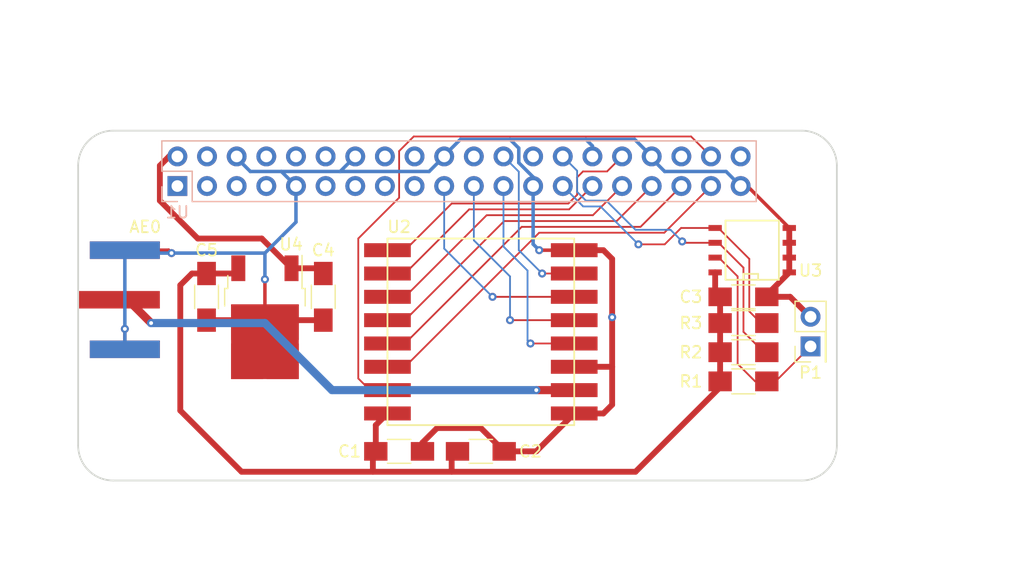
<source format=kicad_pcb>
(kicad_pcb (version 4) (host pcbnew 4.0.5)

  (general
    (links 58)
    (no_connects 0)
    (area 99.924999 100.424999 165.075001 130.575001)
    (thickness 1.6002)
    (drawings 10)
    (tracks 200)
    (zones 0)
    (modules 18)
    (nets 37)
  )

  (page A4)
  (layers
    (0 F.Cu signal)
    (31 B.Cu signal)
    (34 B.Paste user)
    (35 F.Paste user)
    (36 B.SilkS user)
    (37 F.SilkS user)
    (38 B.Mask user)
    (39 F.Mask user)
    (44 Edge.Cuts user)
    (49 F.Fab user)
  )

  (setup
    (last_trace_width 0.1524)
    (trace_clearance 0.1524)
    (zone_clearance 0.508)
    (zone_45_only no)
    (trace_min 0.1524)
    (segment_width 0.2)
    (edge_width 0.15)
    (via_size 0.6858)
    (via_drill 0.3302)
    (via_min_size 0.6858)
    (via_min_drill 0.3302)
    (uvia_size 0.762)
    (uvia_drill 0.508)
    (uvias_allowed no)
    (uvia_min_size 0)
    (uvia_min_drill 0)
    (pcb_text_width 0.3)
    (pcb_text_size 1.5 1.5)
    (mod_edge_width 0.15)
    (mod_text_size 1 1)
    (mod_text_width 0.15)
    (pad_size 1.5 6)
    (pad_drill 0)
    (pad_to_mask_clearance 0.2)
    (aux_axis_origin 0 0)
    (grid_origin 100 100.5)
    (visible_elements FFFEFFFF)
    (pcbplotparams
      (layerselection 0x00030_80000001)
      (usegerberextensions false)
      (excludeedgelayer true)
      (linewidth 0.100000)
      (plotframeref false)
      (viasonmask false)
      (mode 1)
      (useauxorigin false)
      (hpglpennumber 1)
      (hpglpenspeed 20)
      (hpglpendiameter 15)
      (hpglpenoverlay 2)
      (psnegative false)
      (psa4output false)
      (plotreference true)
      (plotvalue true)
      (plotinvisibletext false)
      (padsonsilk false)
      (subtractmaskfromsilk false)
      (outputformat 1)
      (mirror false)
      (drillshape 1)
      (scaleselection 1)
      (outputdirectory ""))
  )

  (net 0 "")
  (net 1 "Net-(AE0-Pad1)")
  (net 2 /3V3)
  (net 3 GND)
  (net 4 /5V)
  (net 5 "Net-(P1-Pad1)")
  (net 6 /ID_SC)
  (net 7 /ID_SD)
  (net 8 "Net-(U1-Pad1)")
  (net 9 "Net-(U1-Pad3)")
  (net 10 "Net-(U1-Pad4)")
  (net 11 "Net-(U1-Pad5)")
  (net 12 "Net-(U1-Pad7)")
  (net 13 "Net-(U1-Pad8)")
  (net 14 "Net-(U1-Pad10)")
  (net 15 "Net-(U1-Pad11)")
  (net 16 "Net-(U1-Pad12)")
  (net 17 "Net-(U1-Pad13)")
  (net 18 "Net-(U1-Pad15)")
  (net 19 "Net-(U1-Pad16)")
  (net 20 "Net-(U1-Pad17)")
  (net 21 "Net-(U1-Pad18)")
  (net 22 /MOSI)
  (net 23 /MISO)
  (net 24 "Net-(U1-Pad22)")
  (net 25 /SCLK)
  (net 26 /CS)
  (net 27 "Net-(U1-Pad26)")
  (net 28 /DIO0)
  (net 29 /DIO1)
  (net 30 /RESET)
  (net 31 /DIO2)
  (net 32 /DIO3)
  (net 33 "Net-(U1-Pad36)")
  (net 34 /DIO4)
  (net 35 /DIO5)
  (net 36 "Net-(U1-Pad40)")

  (net_class Default "This is the default net class."
    (clearance 0.1524)
    (trace_width 0.1524)
    (via_dia 0.6858)
    (via_drill 0.3302)
    (uvia_dia 0.762)
    (uvia_drill 0.508)
    (add_net /CS)
    (add_net /DIO0)
    (add_net /DIO1)
    (add_net /DIO2)
    (add_net /DIO3)
    (add_net /DIO4)
    (add_net /DIO5)
    (add_net /ID_SC)
    (add_net /ID_SD)
    (add_net /MISO)
    (add_net /MOSI)
    (add_net /RESET)
    (add_net /SCLK)
    (add_net "Net-(P1-Pad1)")
    (add_net "Net-(U1-Pad1)")
    (add_net "Net-(U1-Pad10)")
    (add_net "Net-(U1-Pad11)")
    (add_net "Net-(U1-Pad12)")
    (add_net "Net-(U1-Pad13)")
    (add_net "Net-(U1-Pad15)")
    (add_net "Net-(U1-Pad16)")
    (add_net "Net-(U1-Pad17)")
    (add_net "Net-(U1-Pad18)")
    (add_net "Net-(U1-Pad22)")
    (add_net "Net-(U1-Pad26)")
    (add_net "Net-(U1-Pad3)")
    (add_net "Net-(U1-Pad36)")
    (add_net "Net-(U1-Pad4)")
    (add_net "Net-(U1-Pad40)")
    (add_net "Net-(U1-Pad5)")
    (add_net "Net-(U1-Pad7)")
    (add_net "Net-(U1-Pad8)")
  )

  (net_class GND ""
    (clearance 0.1524)
    (trace_width 0.3)
    (via_dia 0.6858)
    (via_drill 0.3302)
    (uvia_dia 0.762)
    (uvia_drill 0.508)
    (add_net GND)
  )

  (net_class PWR ""
    (clearance 0.25)
    (trace_width 0.5)
    (via_dia 0.6858)
    (via_drill 0.3302)
    (uvia_dia 0.762)
    (uvia_drill 0.508)
    (add_net /3V3)
    (add_net /5V)
  )

  (net_class RF ""
    (clearance 0.25)
    (trace_width 0.7)
    (via_dia 0.6858)
    (via_drill 0.3302)
    (uvia_dia 0.762)
    (uvia_drill 0.508)
    (add_net "Net-(AE0-Pad1)")
  )

  (module Mounting_Holes:MountingHole_2.7mm_M2.5 locked (layer F.Cu) (tedit 59E638A3) (tstamp 59E575BF)
    (at 161.5 127)
    (descr "Mounting Hole 2.7mm, no annular, M2.5")
    (tags "mounting hole 2.7mm no annular m2.5")
    (clearance 1.625)
    (attr virtual)
    (fp_text reference REF** (at 0 5) (layer F.Fab) hide
      (effects (font (size 1 1) (thickness 0.15)))
    )
    (fp_text value MountingHole_2.7mm_M2.5 (at 0.5 10) (layer F.Fab)
      (effects (font (size 1 1) (thickness 0.15)))
    )
    (fp_text user %R (at 0.3 0) (layer F.Fab)
      (effects (font (size 1 1) (thickness 0.15)))
    )
    (fp_circle (center 0 0) (end 2.7 0) (layer Cmts.User) (width 0.15))
    (fp_circle (center 0 0) (end 2.95 0) (layer F.CrtYd) (width 0.05))
    (pad 1 np_thru_hole circle (at 0 0) (size 2.7 2.7) (drill 2.7) (layers *.Cu *.Mask))
  )

  (module Mounting_Holes:MountingHole_2.7mm_M2.5 locked (layer F.Cu) (tedit 59E63883) (tstamp 59E5734E)
    (at 103.5 127)
    (descr "Mounting Hole 2.7mm, no annular, M2.5")
    (tags "mounting hole 2.7mm no annular m2.5")
    (clearance 1.625)
    (attr virtual)
    (fp_text reference REF** (at 3.5 6) (layer F.Fab) hide
      (effects (font (size 1 1) (thickness 0.15)))
    )
    (fp_text value MountingHole_2.7mm_M2.5 (at 0.5 10) (layer F.Fab)
      (effects (font (size 1 1) (thickness 0.15)))
    )
    (fp_text user %R (at 0.3 0) (layer F.Fab)
      (effects (font (size 1 1) (thickness 0.15)))
    )
    (fp_circle (center 0 0) (end 2.7 0) (layer Cmts.User) (width 0.15))
    (fp_circle (center 0 0) (end 2.95 0) (layer F.CrtYd) (width 0.05))
    (pad 1 np_thru_hole circle (at 0 0) (size 2.7 2.7) (drill 2.7) (layers *.Cu *.Mask))
  )

  (module Mounting_Holes:MountingHole_2.7mm_M2.5 locked (layer F.Cu) (tedit 59E63896) (tstamp 59E572DB)
    (at 161.5 104)
    (descr "Mounting Hole 2.7mm, no annular, M2.5")
    (tags "mounting hole 2.7mm no annular m2.5")
    (clearance 1.625)
    (attr virtual)
    (fp_text reference REF** (at 0 -6.5) (layer F.Fab) hide
      (effects (font (size 1 1) (thickness 0.15)))
    )
    (fp_text value MountingHole_2.7mm_M2.5 (at 0 3.7) (layer F.Fab)
      (effects (font (size 1 1) (thickness 0.15)))
    )
    (fp_text user %R (at 0.3 0) (layer F.Fab)
      (effects (font (size 1 1) (thickness 0.15)))
    )
    (fp_circle (center 0 0) (end 2.7 0) (layer Cmts.User) (width 0.15))
    (fp_circle (center 0 0) (end 2.95 0) (layer F.CrtYd) (width 0.05))
    (pad 1 np_thru_hole circle (at 0 0) (size 2.7 2.7) (drill 2.7) (layers *.Cu *.Mask))
  )

  (module Mounting_Holes:MountingHole_2.7mm_M2.5 locked (layer F.Cu) (tedit 59E63874) (tstamp 59E5728E)
    (at 103.5 104)
    (descr "Mounting Hole 2.7mm, no annular, M2.5")
    (tags "mounting hole 2.7mm no annular m2.5")
    (clearance 1.625)
    (zone_connect 0)
    (attr virtual)
    (fp_text reference REF** (at 4 -7.5) (layer F.Fab) hide
      (effects (font (size 1 1) (thickness 0.15)))
    )
    (fp_text value MountingHole_2.7mm_M2.5 (at 0 3.7) (layer F.Fab)
      (effects (font (size 1 1) (thickness 0.15)))
    )
    (fp_text user %R (at 0.3 0) (layer F.Fab)
      (effects (font (size 1 1) (thickness 0.15)))
    )
    (fp_circle (center 0 0) (end 2.7 0) (layer Cmts.User) (width 0.15))
    (fp_circle (center 0 0) (end 2.95 0) (layer F.CrtYd) (width 0.05))
    (pad 1 np_thru_hole circle (at 0 0) (size 2.7 2.7) (drill 2.7) (layers *.Cu *.Mask)
      (zone_connect 0))
  )

  (module RFModules:Amphenol132432 (layer F.Cu) (tedit 59E89C48) (tstamp 59E8935E)
    (at 107 115 270)
    (path /59E4E9B9)
    (fp_text reference AE0 (at -6.25 1.25 360) (layer F.SilkS)
      (effects (font (size 1 1) (thickness 0.15)))
    )
    (fp_text value Antenna (at 0 -2 270) (layer F.Fab)
      (effects (font (size 1 1) (thickness 0.15)))
    )
    (pad "" smd rect (at 4.25 3 270) (size 1.5 6) (layers B.Cu B.Paste B.Mask)
      (net 3 GND))
    (pad "" smd rect (at -4.25 3 270) (size 1.5 6) (layers B.Cu B.Paste B.Mask)
      (net 3 GND))
    (pad "" smd rect (at 4.25 3 270) (size 1.5 6) (layers F.Cu F.Paste F.Mask)
      (net 3 GND))
    (pad "" smd rect (at -4.25 3 270) (size 1.5 6) (layers F.Cu F.Paste F.Mask)
      (net 3 GND))
    (pad 1 smd rect (at 0 3.5 270) (size 1.5 7) (layers F.Cu F.Paste F.Mask)
      (net 1 "Net-(AE0-Pad1)"))
  )

  (module Capacitors_SMD:C_1206_HandSoldering (layer F.Cu) (tedit 59E89C29) (tstamp 59E8936F)
    (at 127.5 128)
    (descr "Capacitor SMD 1206, hand soldering")
    (tags "capacitor 1206")
    (path /59E4EE65)
    (attr smd)
    (fp_text reference C1 (at -4.25 0) (layer F.SilkS)
      (effects (font (size 1 1) (thickness 0.15)))
    )
    (fp_text value 10uF (at 0 2) (layer F.Fab)
      (effects (font (size 1 1) (thickness 0.15)))
    )
    (fp_text user %R (at 0 -1.75) (layer F.Fab)
      (effects (font (size 1 1) (thickness 0.15)))
    )
    (fp_line (start -1.6 0.8) (end -1.6 -0.8) (layer F.Fab) (width 0.1))
    (fp_line (start 1.6 0.8) (end -1.6 0.8) (layer F.Fab) (width 0.1))
    (fp_line (start 1.6 -0.8) (end 1.6 0.8) (layer F.Fab) (width 0.1))
    (fp_line (start -1.6 -0.8) (end 1.6 -0.8) (layer F.Fab) (width 0.1))
    (fp_line (start 1 -1.02) (end -1 -1.02) (layer F.SilkS) (width 0.12))
    (fp_line (start -1 1.02) (end 1 1.02) (layer F.SilkS) (width 0.12))
    (fp_line (start -3.25 -1.05) (end 3.25 -1.05) (layer F.CrtYd) (width 0.05))
    (fp_line (start -3.25 -1.05) (end -3.25 1.05) (layer F.CrtYd) (width 0.05))
    (fp_line (start 3.25 1.05) (end 3.25 -1.05) (layer F.CrtYd) (width 0.05))
    (fp_line (start 3.25 1.05) (end -3.25 1.05) (layer F.CrtYd) (width 0.05))
    (pad 1 smd rect (at -2 0) (size 2 1.6) (layers F.Cu F.Paste F.Mask)
      (net 2 /3V3))
    (pad 2 smd rect (at 2 0) (size 2 1.6) (layers F.Cu F.Paste F.Mask)
      (net 3 GND))
    (model Capacitors_SMD.3dshapes/C_1206.wrl
      (at (xyz 0 0 0))
      (scale (xyz 1 1 1))
      (rotate (xyz 0 0 0))
    )
  )

  (module Capacitors_SMD:C_1206_HandSoldering (layer F.Cu) (tedit 59E89C31) (tstamp 59E89380)
    (at 134.5 128)
    (descr "Capacitor SMD 1206, hand soldering")
    (tags "capacitor 1206")
    (path /59E4EE99)
    (attr smd)
    (fp_text reference C2 (at 4.25 0) (layer F.SilkS)
      (effects (font (size 1 1) (thickness 0.15)))
    )
    (fp_text value 0.1uF (at 0 2) (layer F.Fab)
      (effects (font (size 1 1) (thickness 0.15)))
    )
    (fp_text user %R (at 0 -1.75) (layer F.Fab)
      (effects (font (size 1 1) (thickness 0.15)))
    )
    (fp_line (start -1.6 0.8) (end -1.6 -0.8) (layer F.Fab) (width 0.1))
    (fp_line (start 1.6 0.8) (end -1.6 0.8) (layer F.Fab) (width 0.1))
    (fp_line (start 1.6 -0.8) (end 1.6 0.8) (layer F.Fab) (width 0.1))
    (fp_line (start -1.6 -0.8) (end 1.6 -0.8) (layer F.Fab) (width 0.1))
    (fp_line (start 1 -1.02) (end -1 -1.02) (layer F.SilkS) (width 0.12))
    (fp_line (start -1 1.02) (end 1 1.02) (layer F.SilkS) (width 0.12))
    (fp_line (start -3.25 -1.05) (end 3.25 -1.05) (layer F.CrtYd) (width 0.05))
    (fp_line (start -3.25 -1.05) (end -3.25 1.05) (layer F.CrtYd) (width 0.05))
    (fp_line (start 3.25 1.05) (end 3.25 -1.05) (layer F.CrtYd) (width 0.05))
    (fp_line (start 3.25 1.05) (end -3.25 1.05) (layer F.CrtYd) (width 0.05))
    (pad 1 smd rect (at -2 0) (size 2 1.6) (layers F.Cu F.Paste F.Mask)
      (net 2 /3V3))
    (pad 2 smd rect (at 2 0) (size 2 1.6) (layers F.Cu F.Paste F.Mask)
      (net 3 GND))
    (model Capacitors_SMD.3dshapes/C_1206.wrl
      (at (xyz 0 0 0))
      (scale (xyz 1 1 1))
      (rotate (xyz 0 0 0))
    )
  )

  (module Capacitors_SMD:C_1206_HandSoldering (layer F.Cu) (tedit 59E89BFD) (tstamp 59E89391)
    (at 157 114.75)
    (descr "Capacitor SMD 1206, hand soldering")
    (tags "capacitor 1206")
    (path /59E4F42A)
    (attr smd)
    (fp_text reference C3 (at -4.5 0) (layer F.SilkS)
      (effects (font (size 1 1) (thickness 0.15)))
    )
    (fp_text value 100nF (at 0 2) (layer F.Fab)
      (effects (font (size 1 1) (thickness 0.15)))
    )
    (fp_text user %R (at 0 -1.75) (layer F.Fab)
      (effects (font (size 1 1) (thickness 0.15)))
    )
    (fp_line (start -1.6 0.8) (end -1.6 -0.8) (layer F.Fab) (width 0.1))
    (fp_line (start 1.6 0.8) (end -1.6 0.8) (layer F.Fab) (width 0.1))
    (fp_line (start 1.6 -0.8) (end 1.6 0.8) (layer F.Fab) (width 0.1))
    (fp_line (start -1.6 -0.8) (end 1.6 -0.8) (layer F.Fab) (width 0.1))
    (fp_line (start 1 -1.02) (end -1 -1.02) (layer F.SilkS) (width 0.12))
    (fp_line (start -1 1.02) (end 1 1.02) (layer F.SilkS) (width 0.12))
    (fp_line (start -3.25 -1.05) (end 3.25 -1.05) (layer F.CrtYd) (width 0.05))
    (fp_line (start -3.25 -1.05) (end -3.25 1.05) (layer F.CrtYd) (width 0.05))
    (fp_line (start 3.25 1.05) (end 3.25 -1.05) (layer F.CrtYd) (width 0.05))
    (fp_line (start 3.25 1.05) (end -3.25 1.05) (layer F.CrtYd) (width 0.05))
    (pad 1 smd rect (at -2 0) (size 2 1.6) (layers F.Cu F.Paste F.Mask)
      (net 2 /3V3))
    (pad 2 smd rect (at 2 0) (size 2 1.6) (layers F.Cu F.Paste F.Mask)
      (net 3 GND))
    (model Capacitors_SMD.3dshapes/C_1206.wrl
      (at (xyz 0 0 0))
      (scale (xyz 1 1 1))
      (rotate (xyz 0 0 0))
    )
  )

  (module Capacitors_SMD:C_1206_HandSoldering (layer F.Cu) (tedit 59E89C39) (tstamp 59E893A2)
    (at 121 114.75 270)
    (descr "Capacitor SMD 1206, hand soldering")
    (tags "capacitor 1206")
    (path /59E68AEC)
    (attr smd)
    (fp_text reference C4 (at -4 0 360) (layer F.SilkS)
      (effects (font (size 1 1) (thickness 0.15)))
    )
    (fp_text value 0.1uF (at 0 2 270) (layer F.Fab)
      (effects (font (size 1 1) (thickness 0.15)))
    )
    (fp_text user %R (at 0 -1.75 270) (layer F.Fab)
      (effects (font (size 1 1) (thickness 0.15)))
    )
    (fp_line (start -1.6 0.8) (end -1.6 -0.8) (layer F.Fab) (width 0.1))
    (fp_line (start 1.6 0.8) (end -1.6 0.8) (layer F.Fab) (width 0.1))
    (fp_line (start 1.6 -0.8) (end 1.6 0.8) (layer F.Fab) (width 0.1))
    (fp_line (start -1.6 -0.8) (end 1.6 -0.8) (layer F.Fab) (width 0.1))
    (fp_line (start 1 -1.02) (end -1 -1.02) (layer F.SilkS) (width 0.12))
    (fp_line (start -1 1.02) (end 1 1.02) (layer F.SilkS) (width 0.12))
    (fp_line (start -3.25 -1.05) (end 3.25 -1.05) (layer F.CrtYd) (width 0.05))
    (fp_line (start -3.25 -1.05) (end -3.25 1.05) (layer F.CrtYd) (width 0.05))
    (fp_line (start 3.25 1.05) (end 3.25 -1.05) (layer F.CrtYd) (width 0.05))
    (fp_line (start 3.25 1.05) (end -3.25 1.05) (layer F.CrtYd) (width 0.05))
    (pad 1 smd rect (at -2 0 270) (size 2 1.6) (layers F.Cu F.Paste F.Mask)
      (net 4 /5V))
    (pad 2 smd rect (at 2 0 270) (size 2 1.6) (layers F.Cu F.Paste F.Mask)
      (net 3 GND))
    (model Capacitors_SMD.3dshapes/C_1206.wrl
      (at (xyz 0 0 0))
      (scale (xyz 1 1 1))
      (rotate (xyz 0 0 0))
    )
  )

  (module Capacitors_SMD:C_1206_HandSoldering (layer F.Cu) (tedit 59E89C42) (tstamp 59E893B3)
    (at 111 114.75 270)
    (descr "Capacitor SMD 1206, hand soldering")
    (tags "capacitor 1206")
    (path /59E68B2C)
    (attr smd)
    (fp_text reference C5 (at -4 0 360) (layer F.SilkS)
      (effects (font (size 1 1) (thickness 0.15)))
    )
    (fp_text value 22uF (at 0 2 270) (layer F.Fab)
      (effects (font (size 1 1) (thickness 0.15)))
    )
    (fp_text user %R (at 0 -1.75 270) (layer F.Fab)
      (effects (font (size 1 1) (thickness 0.15)))
    )
    (fp_line (start -1.6 0.8) (end -1.6 -0.8) (layer F.Fab) (width 0.1))
    (fp_line (start 1.6 0.8) (end -1.6 0.8) (layer F.Fab) (width 0.1))
    (fp_line (start 1.6 -0.8) (end 1.6 0.8) (layer F.Fab) (width 0.1))
    (fp_line (start -1.6 -0.8) (end 1.6 -0.8) (layer F.Fab) (width 0.1))
    (fp_line (start 1 -1.02) (end -1 -1.02) (layer F.SilkS) (width 0.12))
    (fp_line (start -1 1.02) (end 1 1.02) (layer F.SilkS) (width 0.12))
    (fp_line (start -3.25 -1.05) (end 3.25 -1.05) (layer F.CrtYd) (width 0.05))
    (fp_line (start -3.25 -1.05) (end -3.25 1.05) (layer F.CrtYd) (width 0.05))
    (fp_line (start 3.25 1.05) (end 3.25 -1.05) (layer F.CrtYd) (width 0.05))
    (fp_line (start 3.25 1.05) (end -3.25 1.05) (layer F.CrtYd) (width 0.05))
    (pad 1 smd rect (at -2 0 270) (size 2 1.6) (layers F.Cu F.Paste F.Mask)
      (net 2 /3V3))
    (pad 2 smd rect (at 2 0 270) (size 2 1.6) (layers F.Cu F.Paste F.Mask)
      (net 3 GND))
    (model Capacitors_SMD.3dshapes/C_1206.wrl
      (at (xyz 0 0 0))
      (scale (xyz 1 1 1))
      (rotate (xyz 0 0 0))
    )
  )

  (module Pin_Headers:Pin_Header_Straight_2x01_Pitch2.54mm (layer F.Cu) (tedit 59E89CC7) (tstamp 59E893CB)
    (at 162.75 119 90)
    (descr "Through hole straight pin header, 2x01, 2.54mm pitch, double rows")
    (tags "Through hole pin header THT 2x01 2.54mm double row")
    (path /59E4FAA6)
    (fp_text reference P1 (at -2.25 0 180) (layer F.SilkS)
      (effects (font (size 1 1) (thickness 0.15)))
    )
    (fp_text value CONN_01X02 (at 1.27 2.33 90) (layer F.Fab)
      (effects (font (size 1 1) (thickness 0.15)))
    )
    (fp_line (start 0 -1.27) (end 3.81 -1.27) (layer F.Fab) (width 0.1))
    (fp_line (start 3.81 -1.27) (end 3.81 1.27) (layer F.Fab) (width 0.1))
    (fp_line (start 3.81 1.27) (end -1.27 1.27) (layer F.Fab) (width 0.1))
    (fp_line (start -1.27 1.27) (end -1.27 0) (layer F.Fab) (width 0.1))
    (fp_line (start -1.27 0) (end 0 -1.27) (layer F.Fab) (width 0.1))
    (fp_line (start -1.33 1.33) (end 3.87 1.33) (layer F.SilkS) (width 0.12))
    (fp_line (start -1.33 1.27) (end -1.33 1.33) (layer F.SilkS) (width 0.12))
    (fp_line (start 3.87 -1.33) (end 3.87 1.33) (layer F.SilkS) (width 0.12))
    (fp_line (start -1.33 1.27) (end 1.27 1.27) (layer F.SilkS) (width 0.12))
    (fp_line (start 1.27 1.27) (end 1.27 -1.33) (layer F.SilkS) (width 0.12))
    (fp_line (start 1.27 -1.33) (end 3.87 -1.33) (layer F.SilkS) (width 0.12))
    (fp_line (start -1.33 0) (end -1.33 -1.33) (layer F.SilkS) (width 0.12))
    (fp_line (start -1.33 -1.33) (end 0 -1.33) (layer F.SilkS) (width 0.12))
    (fp_line (start -1.8 -1.8) (end -1.8 1.8) (layer F.CrtYd) (width 0.05))
    (fp_line (start -1.8 1.8) (end 4.35 1.8) (layer F.CrtYd) (width 0.05))
    (fp_line (start 4.35 1.8) (end 4.35 -1.8) (layer F.CrtYd) (width 0.05))
    (fp_line (start 4.35 -1.8) (end -1.8 -1.8) (layer F.CrtYd) (width 0.05))
    (fp_text user %R (at 1.27 0 180) (layer F.Fab)
      (effects (font (size 1 1) (thickness 0.15)))
    )
    (pad 1 thru_hole rect (at 0 0 90) (size 1.7 1.7) (drill 1) (layers *.Cu *.Mask)
      (net 5 "Net-(P1-Pad1)"))
    (pad 2 thru_hole oval (at 2.54 0 90) (size 1.7 1.7) (drill 1) (layers *.Cu *.Mask)
      (net 3 GND))
    (model ${KISYS3DMOD}/Pin_Headers.3dshapes/Pin_Header_Straight_2x01_Pitch2.54mm.wrl
      (at (xyz 0 0 0))
      (scale (xyz 1 1 1))
      (rotate (xyz 0 0 0))
    )
  )

  (module Resistors_SMD:R_1206_HandSoldering (layer F.Cu) (tedit 59E89C14) (tstamp 59E893DC)
    (at 157 122)
    (descr "Resistor SMD 1206, hand soldering")
    (tags "resistor 1206")
    (path /59E4F65E)
    (attr smd)
    (fp_text reference R1 (at -4.5 0) (layer F.SilkS)
      (effects (font (size 1 1) (thickness 0.15)))
    )
    (fp_text value 1K (at 0 1.9) (layer F.Fab)
      (effects (font (size 1 1) (thickness 0.15)))
    )
    (fp_text user %R (at 0 0) (layer F.Fab)
      (effects (font (size 0.7 0.7) (thickness 0.105)))
    )
    (fp_line (start -1.6 0.8) (end -1.6 -0.8) (layer F.Fab) (width 0.1))
    (fp_line (start 1.6 0.8) (end -1.6 0.8) (layer F.Fab) (width 0.1))
    (fp_line (start 1.6 -0.8) (end 1.6 0.8) (layer F.Fab) (width 0.1))
    (fp_line (start -1.6 -0.8) (end 1.6 -0.8) (layer F.Fab) (width 0.1))
    (fp_line (start 1 1.07) (end -1 1.07) (layer F.SilkS) (width 0.12))
    (fp_line (start -1 -1.07) (end 1 -1.07) (layer F.SilkS) (width 0.12))
    (fp_line (start -3.25 -1.11) (end 3.25 -1.11) (layer F.CrtYd) (width 0.05))
    (fp_line (start -3.25 -1.11) (end -3.25 1.1) (layer F.CrtYd) (width 0.05))
    (fp_line (start 3.25 1.1) (end 3.25 -1.11) (layer F.CrtYd) (width 0.05))
    (fp_line (start 3.25 1.1) (end -3.25 1.1) (layer F.CrtYd) (width 0.05))
    (pad 1 smd rect (at -2 0) (size 2 1.7) (layers F.Cu F.Paste F.Mask)
      (net 2 /3V3))
    (pad 2 smd rect (at 2 0) (size 2 1.7) (layers F.Cu F.Paste F.Mask)
      (net 5 "Net-(P1-Pad1)"))
    (model ${KISYS3DMOD}/Resistors_SMD.3dshapes/R_1206.wrl
      (at (xyz 0 0 0))
      (scale (xyz 1 1 1))
      (rotate (xyz 0 0 0))
    )
  )

  (module Resistors_SMD:R_1206_HandSoldering (layer F.Cu) (tedit 59E89C0C) (tstamp 59E893ED)
    (at 157 119.5)
    (descr "Resistor SMD 1206, hand soldering")
    (tags "resistor 1206")
    (path /59E4F84E)
    (attr smd)
    (fp_text reference R2 (at -4.5 0) (layer F.SilkS)
      (effects (font (size 1 1) (thickness 0.15)))
    )
    (fp_text value 3.9K (at 0 1.9) (layer F.Fab)
      (effects (font (size 1 1) (thickness 0.15)))
    )
    (fp_text user %R (at 0 0) (layer F.Fab)
      (effects (font (size 0.7 0.7) (thickness 0.105)))
    )
    (fp_line (start -1.6 0.8) (end -1.6 -0.8) (layer F.Fab) (width 0.1))
    (fp_line (start 1.6 0.8) (end -1.6 0.8) (layer F.Fab) (width 0.1))
    (fp_line (start 1.6 -0.8) (end 1.6 0.8) (layer F.Fab) (width 0.1))
    (fp_line (start -1.6 -0.8) (end 1.6 -0.8) (layer F.Fab) (width 0.1))
    (fp_line (start 1 1.07) (end -1 1.07) (layer F.SilkS) (width 0.12))
    (fp_line (start -1 -1.07) (end 1 -1.07) (layer F.SilkS) (width 0.12))
    (fp_line (start -3.25 -1.11) (end 3.25 -1.11) (layer F.CrtYd) (width 0.05))
    (fp_line (start -3.25 -1.11) (end -3.25 1.1) (layer F.CrtYd) (width 0.05))
    (fp_line (start 3.25 1.1) (end 3.25 -1.11) (layer F.CrtYd) (width 0.05))
    (fp_line (start 3.25 1.1) (end -3.25 1.1) (layer F.CrtYd) (width 0.05))
    (pad 1 smd rect (at -2 0) (size 2 1.7) (layers F.Cu F.Paste F.Mask)
      (net 2 /3V3))
    (pad 2 smd rect (at 2 0) (size 2 1.7) (layers F.Cu F.Paste F.Mask)
      (net 6 /ID_SC))
    (model ${KISYS3DMOD}/Resistors_SMD.3dshapes/R_1206.wrl
      (at (xyz 0 0 0))
      (scale (xyz 1 1 1))
      (rotate (xyz 0 0 0))
    )
  )

  (module Resistors_SMD:R_1206_HandSoldering (layer F.Cu) (tedit 59E89C05) (tstamp 59E893FE)
    (at 157 117)
    (descr "Resistor SMD 1206, hand soldering")
    (tags "resistor 1206")
    (path /59E4F87A)
    (attr smd)
    (fp_text reference R3 (at -4.5 0) (layer F.SilkS)
      (effects (font (size 1 1) (thickness 0.15)))
    )
    (fp_text value 3.9K (at 0 1.9) (layer F.Fab)
      (effects (font (size 1 1) (thickness 0.15)))
    )
    (fp_text user %R (at 0 0) (layer F.Fab)
      (effects (font (size 0.7 0.7) (thickness 0.105)))
    )
    (fp_line (start -1.6 0.8) (end -1.6 -0.8) (layer F.Fab) (width 0.1))
    (fp_line (start 1.6 0.8) (end -1.6 0.8) (layer F.Fab) (width 0.1))
    (fp_line (start 1.6 -0.8) (end 1.6 0.8) (layer F.Fab) (width 0.1))
    (fp_line (start -1.6 -0.8) (end 1.6 -0.8) (layer F.Fab) (width 0.1))
    (fp_line (start 1 1.07) (end -1 1.07) (layer F.SilkS) (width 0.12))
    (fp_line (start -1 -1.07) (end 1 -1.07) (layer F.SilkS) (width 0.12))
    (fp_line (start -3.25 -1.11) (end 3.25 -1.11) (layer F.CrtYd) (width 0.05))
    (fp_line (start -3.25 -1.11) (end -3.25 1.1) (layer F.CrtYd) (width 0.05))
    (fp_line (start 3.25 1.1) (end 3.25 -1.11) (layer F.CrtYd) (width 0.05))
    (fp_line (start 3.25 1.1) (end -3.25 1.1) (layer F.CrtYd) (width 0.05))
    (pad 1 smd rect (at -2 0) (size 2 1.7) (layers F.Cu F.Paste F.Mask)
      (net 2 /3V3))
    (pad 2 smd rect (at 2 0) (size 2 1.7) (layers F.Cu F.Paste F.Mask)
      (net 7 /ID_SD))
    (model ${KISYS3DMOD}/Resistors_SMD.3dshapes/R_1206.wrl
      (at (xyz 0 0 0))
      (scale (xyz 1 1 1))
      (rotate (xyz 0 0 0))
    )
  )

  (module RFModules:RFM69HW-S2 (layer F.Cu) (tedit 59E89C21) (tstamp 59E894F4)
    (at 126.5 109.75)
    (path /59E51D31)
    (fp_text reference U2 (at 1 -1) (layer F.SilkS)
      (effects (font (size 1 1) (thickness 0.15)))
    )
    (fp_text value RFM69HW (at 8 7) (layer F.Fab)
      (effects (font (size 1 1) (thickness 0.15)))
    )
    (fp_line (start 0 0) (end 16 0) (layer F.SilkS) (width 0.15))
    (fp_line (start 16 0) (end 16 16) (layer F.SilkS) (width 0.15))
    (fp_line (start 16 16) (end 0 16) (layer F.SilkS) (width 0.15))
    (fp_line (start 0 16) (end 0 0) (layer F.SilkS) (width 0.15))
    (pad 9 smd rect (at 16 15) (size 4 1.2) (layers F.Cu F.Paste F.Mask)
      (net 3 GND))
    (pad 8 smd rect (at 0 15) (size 4 1.2) (layers F.Cu F.Paste F.Mask)
      (net 2 /3V3))
    (pad 10 smd rect (at 16 13) (size 4 1.2) (layers F.Cu F.Paste F.Mask)
      (net 1 "Net-(AE0-Pad1)"))
    (pad 11 smd rect (at 16 11) (size 4 1.2) (layers F.Cu F.Paste F.Mask)
      (net 3 GND))
    (pad 12 smd rect (at 16 9) (size 4 1.2) (layers F.Cu F.Paste F.Mask)
      (net 25 /SCLK))
    (pad 13 smd rect (at 16 7) (size 4 1.2) (layers F.Cu F.Paste F.Mask)
      (net 23 /MISO))
    (pad 14 smd rect (at 16 5) (size 4 1.2) (layers F.Cu F.Paste F.Mask)
      (net 22 /MOSI))
    (pad 15 smd rect (at 16 3) (size 4 1.2) (layers F.Cu F.Paste F.Mask)
      (net 26 /CS))
    (pad 16 smd rect (at 16 1) (size 4 1.2) (layers F.Cu F.Paste F.Mask)
      (net 3 GND))
    (pad 7 smd rect (at 0 13) (size 4 1.2) (layers F.Cu F.Paste F.Mask)
      (net 35 /DIO5))
    (pad 6 smd rect (at 0 11) (size 4 1.2) (layers F.Cu F.Paste F.Mask)
      (net 34 /DIO4))
    (pad 5 smd rect (at 0 9) (size 4 1.2) (layers F.Cu F.Paste F.Mask)
      (net 32 /DIO3))
    (pad 3 smd rect (at 0 5) (size 4 1.2) (layers F.Cu F.Paste F.Mask)
      (net 29 /DIO1))
    (pad 4 smd rect (at 0 7) (size 4 1.2) (layers F.Cu F.Paste F.Mask)
      (net 31 /DIO2))
    (pad 2 smd rect (at 0 3) (size 4 1.2) (layers F.Cu F.Paste F.Mask)
      (net 28 /DIO0))
    (pad 1 smd rect (at 0 1) (size 4 1.2) (layers F.Cu F.Paste F.Mask)
      (net 30 /RESET))
  )

  (module SMD_Packages:SOIC-8-N (layer F.Cu) (tedit 59E89CC4) (tstamp 59E89507)
    (at 157.75 110.75 90)
    (descr "Module Narrow CMS SOJ 8 pins large")
    (tags "CMS SOJ")
    (path /59E5222B)
    (attr smd)
    (fp_text reference U3 (at -1.75 5 180) (layer F.SilkS)
      (effects (font (size 1 1) (thickness 0.15)))
    )
    (fp_text value CAT24C32 (at 0 1.27 90) (layer F.Fab)
      (effects (font (size 1 1) (thickness 0.15)))
    )
    (fp_line (start -2.54 -2.286) (end 2.54 -2.286) (layer F.SilkS) (width 0.15))
    (fp_line (start 2.54 -2.286) (end 2.54 2.286) (layer F.SilkS) (width 0.15))
    (fp_line (start 2.54 2.286) (end -2.54 2.286) (layer F.SilkS) (width 0.15))
    (fp_line (start -2.54 2.286) (end -2.54 -2.286) (layer F.SilkS) (width 0.15))
    (fp_line (start -2.54 -0.762) (end -2.032 -0.762) (layer F.SilkS) (width 0.15))
    (fp_line (start -2.032 -0.762) (end -2.032 0.508) (layer F.SilkS) (width 0.15))
    (fp_line (start -2.032 0.508) (end -2.54 0.508) (layer F.SilkS) (width 0.15))
    (pad 8 smd rect (at -1.905 -3.175 90) (size 0.508 1.143) (layers F.Cu F.Paste F.Mask)
      (net 2 /3V3))
    (pad 7 smd rect (at -0.635 -3.175 90) (size 0.508 1.143) (layers F.Cu F.Paste F.Mask)
      (net 5 "Net-(P1-Pad1)"))
    (pad 6 smd rect (at 0.635 -3.175 90) (size 0.508 1.143) (layers F.Cu F.Paste F.Mask)
      (net 6 /ID_SC))
    (pad 5 smd rect (at 1.905 -3.175 90) (size 0.508 1.143) (layers F.Cu F.Paste F.Mask)
      (net 7 /ID_SD))
    (pad 4 smd rect (at 1.905 3.175 90) (size 0.508 1.143) (layers F.Cu F.Paste F.Mask)
      (net 3 GND))
    (pad 3 smd rect (at 0.635 3.175 90) (size 0.508 1.143) (layers F.Cu F.Paste F.Mask)
      (net 3 GND))
    (pad 2 smd rect (at -0.635 3.175 90) (size 0.508 1.143) (layers F.Cu F.Paste F.Mask)
      (net 3 GND))
    (pad 1 smd rect (at -1.905 3.175 90) (size 0.508 1.143) (layers F.Cu F.Paste F.Mask)
      (net 3 GND))
    (model SMD_Packages.3dshapes/SOIC-8-N.wrl
      (at (xyz 0 0 0))
      (scale (xyz 0.5 0.38 0.5))
      (rotate (xyz 0 0 0))
    )
  )

  (module TO_SOT_Packages_SMD:TO-252-2 (layer F.Cu) (tedit 59E89CD5) (tstamp 59E8952B)
    (at 116 116.5 270)
    (descr "TO-252 / DPAK SMD package, http://www.infineon.com/cms/en/product/packages/PG-TO252/PG-TO252-3-1/")
    (tags "DPAK TO-252 DPAK-3 TO-252-3 SOT-428")
    (path /59E6BFA0)
    (attr smd)
    (fp_text reference U4 (at -6.25 -2.25 360) (layer F.SilkS)
      (effects (font (size 1 1) (thickness 0.15)))
    )
    (fp_text value TLV2217-33 (at 0 4.5 270) (layer F.Fab)
      (effects (font (size 1 1) (thickness 0.15)))
    )
    (fp_line (start 3.95 -2.7) (end 4.95 -2.7) (layer F.Fab) (width 0.1))
    (fp_line (start 4.95 -2.7) (end 4.95 2.7) (layer F.Fab) (width 0.1))
    (fp_line (start 4.95 2.7) (end 3.95 2.7) (layer F.Fab) (width 0.1))
    (fp_line (start 3.95 -3.25) (end 3.95 3.25) (layer F.Fab) (width 0.1))
    (fp_line (start 3.95 3.25) (end -2.27 3.25) (layer F.Fab) (width 0.1))
    (fp_line (start -2.27 3.25) (end -2.27 -2.25) (layer F.Fab) (width 0.1))
    (fp_line (start -2.27 -2.25) (end -1.27 -3.25) (layer F.Fab) (width 0.1))
    (fp_line (start -1.27 -3.25) (end 3.95 -3.25) (layer F.Fab) (width 0.1))
    (fp_line (start -1.865 -2.655) (end -4.97 -2.655) (layer F.Fab) (width 0.1))
    (fp_line (start -4.97 -2.655) (end -4.97 -1.905) (layer F.Fab) (width 0.1))
    (fp_line (start -4.97 -1.905) (end -2.27 -1.905) (layer F.Fab) (width 0.1))
    (fp_line (start -2.27 1.905) (end -4.97 1.905) (layer F.Fab) (width 0.1))
    (fp_line (start -4.97 1.905) (end -4.97 2.655) (layer F.Fab) (width 0.1))
    (fp_line (start -4.97 2.655) (end -2.27 2.655) (layer F.Fab) (width 0.1))
    (fp_line (start -0.97 -3.45) (end -2.47 -3.45) (layer F.SilkS) (width 0.12))
    (fp_line (start -2.47 -3.45) (end -2.47 -3.18) (layer F.SilkS) (width 0.12))
    (fp_line (start -2.47 -3.18) (end -5.3 -3.18) (layer F.SilkS) (width 0.12))
    (fp_line (start -0.97 3.45) (end -2.47 3.45) (layer F.SilkS) (width 0.12))
    (fp_line (start -2.47 3.45) (end -2.47 3.18) (layer F.SilkS) (width 0.12))
    (fp_line (start -2.47 3.18) (end -3.57 3.18) (layer F.SilkS) (width 0.12))
    (fp_line (start -5.55 -3.5) (end -5.55 3.5) (layer F.CrtYd) (width 0.05))
    (fp_line (start -5.55 3.5) (end 5.55 3.5) (layer F.CrtYd) (width 0.05))
    (fp_line (start 5.55 3.5) (end 5.55 -3.5) (layer F.CrtYd) (width 0.05))
    (fp_line (start 5.55 -3.5) (end -5.55 -3.5) (layer F.CrtYd) (width 0.05))
    (fp_text user %R (at 0 0 270) (layer F.Fab)
      (effects (font (size 1 1) (thickness 0.15)))
    )
    (pad 1 smd rect (at -4.2 -2.28 270) (size 2.2 1.2) (layers F.Cu F.Paste F.Mask)
      (net 4 /5V))
    (pad 3 smd rect (at -4.2 2.28 270) (size 2.2 1.2) (layers F.Cu F.Paste F.Mask)
      (net 2 /3V3))
    (pad 2 smd rect (at 2.1 0 270) (size 6.4 5.8) (layers F.Cu F.Mask)
      (net 3 GND))
    (pad 2 smd rect (at 3.775 1.525 270) (size 3.05 2.75) (layers F.Cu F.Paste)
      (net 3 GND))
    (pad 2 smd rect (at 0.425 -1.525 270) (size 3.05 2.75) (layers F.Cu F.Paste)
      (net 3 GND))
    (pad 2 smd rect (at 3.775 -1.525 270) (size 3.05 2.75) (layers F.Cu F.Paste)
      (net 3 GND))
    (pad 2 smd rect (at 0.425 1.525 270) (size 3.05 2.75) (layers F.Cu F.Paste)
      (net 3 GND))
    (model ${KISYS3DMOD}/TO_SOT_Packages_SMD.3dshapes/TO-252-2.wrl
      (at (xyz 0 0 0))
      (scale (xyz 1 1 1))
      (rotate (xyz 0 0 0))
    )
  )

  (module Socket_Strips:Socket_Strip_Straight_2x20_Pitch2.54mm (layer B.Cu) (tedit 59E89CAE) (tstamp 59E8964D)
    (at 108.5 105.25 270)
    (descr "Through hole straight socket strip, 2x20, 2.54mm pitch, double rows")
    (tags "Through hole socket strip THT 2x20 2.54mm double row")
    (path /59E4CDE9)
    (fp_text reference U1 (at 2.25 0 360) (layer B.SilkS)
      (effects (font (size 1 1) (thickness 0.15)) (justify mirror))
    )
    (fp_text value Raspberry_Pi_2_3 (at -1.27 -50.59 270) (layer B.Fab)
      (effects (font (size 1 1) (thickness 0.15)) (justify mirror))
    )
    (fp_line (start -3.81 1.27) (end -3.81 -49.53) (layer B.Fab) (width 0.1))
    (fp_line (start -3.81 -49.53) (end 1.27 -49.53) (layer B.Fab) (width 0.1))
    (fp_line (start 1.27 -49.53) (end 1.27 1.27) (layer B.Fab) (width 0.1))
    (fp_line (start 1.27 1.27) (end -3.81 1.27) (layer B.Fab) (width 0.1))
    (fp_line (start 1.33 -1.27) (end 1.33 -49.59) (layer B.SilkS) (width 0.12))
    (fp_line (start 1.33 -49.59) (end -3.87 -49.59) (layer B.SilkS) (width 0.12))
    (fp_line (start -3.87 -49.59) (end -3.87 1.33) (layer B.SilkS) (width 0.12))
    (fp_line (start -3.87 1.33) (end -1.27 1.33) (layer B.SilkS) (width 0.12))
    (fp_line (start -1.27 1.33) (end -1.27 -1.27) (layer B.SilkS) (width 0.12))
    (fp_line (start -1.27 -1.27) (end 1.33 -1.27) (layer B.SilkS) (width 0.12))
    (fp_line (start 1.33 0) (end 1.33 1.33) (layer B.SilkS) (width 0.12))
    (fp_line (start 1.33 1.33) (end 0.06 1.33) (layer B.SilkS) (width 0.12))
    (fp_line (start -4.35 1.8) (end -4.35 -50.05) (layer B.CrtYd) (width 0.05))
    (fp_line (start -4.35 -50.05) (end 1.8 -50.05) (layer B.CrtYd) (width 0.05))
    (fp_line (start 1.8 -50.05) (end 1.8 1.8) (layer B.CrtYd) (width 0.05))
    (fp_line (start 1.8 1.8) (end -4.35 1.8) (layer B.CrtYd) (width 0.05))
    (fp_text user %R (at -1.27 2.33 270) (layer B.Fab)
      (effects (font (size 1 1) (thickness 0.15)) (justify mirror))
    )
    (pad 1 thru_hole rect (at 0 0 270) (size 1.7 1.7) (drill 1) (layers *.Cu *.Mask)
      (net 8 "Net-(U1-Pad1)"))
    (pad 2 thru_hole oval (at -2.54 0 270) (size 1.7 1.7) (drill 1) (layers *.Cu *.Mask)
      (net 4 /5V))
    (pad 3 thru_hole oval (at 0 -2.54 270) (size 1.7 1.7) (drill 1) (layers *.Cu *.Mask)
      (net 9 "Net-(U1-Pad3)"))
    (pad 4 thru_hole oval (at -2.54 -2.54 270) (size 1.7 1.7) (drill 1) (layers *.Cu *.Mask)
      (net 10 "Net-(U1-Pad4)"))
    (pad 5 thru_hole oval (at 0 -5.08 270) (size 1.7 1.7) (drill 1) (layers *.Cu *.Mask)
      (net 11 "Net-(U1-Pad5)"))
    (pad 6 thru_hole oval (at -2.54 -5.08 270) (size 1.7 1.7) (drill 1) (layers *.Cu *.Mask)
      (net 3 GND))
    (pad 7 thru_hole oval (at 0 -7.62 270) (size 1.7 1.7) (drill 1) (layers *.Cu *.Mask)
      (net 12 "Net-(U1-Pad7)"))
    (pad 8 thru_hole oval (at -2.54 -7.62 270) (size 1.7 1.7) (drill 1) (layers *.Cu *.Mask)
      (net 13 "Net-(U1-Pad8)"))
    (pad 9 thru_hole oval (at 0 -10.16 270) (size 1.7 1.7) (drill 1) (layers *.Cu *.Mask)
      (net 3 GND))
    (pad 10 thru_hole oval (at -2.54 -10.16 270) (size 1.7 1.7) (drill 1) (layers *.Cu *.Mask)
      (net 14 "Net-(U1-Pad10)"))
    (pad 11 thru_hole oval (at 0 -12.7 270) (size 1.7 1.7) (drill 1) (layers *.Cu *.Mask)
      (net 15 "Net-(U1-Pad11)"))
    (pad 12 thru_hole oval (at -2.54 -12.7 270) (size 1.7 1.7) (drill 1) (layers *.Cu *.Mask)
      (net 16 "Net-(U1-Pad12)"))
    (pad 13 thru_hole oval (at 0 -15.24 270) (size 1.7 1.7) (drill 1) (layers *.Cu *.Mask)
      (net 17 "Net-(U1-Pad13)"))
    (pad 14 thru_hole oval (at -2.54 -15.24 270) (size 1.7 1.7) (drill 1) (layers *.Cu *.Mask)
      (net 3 GND))
    (pad 15 thru_hole oval (at 0 -17.78 270) (size 1.7 1.7) (drill 1) (layers *.Cu *.Mask)
      (net 18 "Net-(U1-Pad15)"))
    (pad 16 thru_hole oval (at -2.54 -17.78 270) (size 1.7 1.7) (drill 1) (layers *.Cu *.Mask)
      (net 19 "Net-(U1-Pad16)"))
    (pad 17 thru_hole oval (at 0 -20.32 270) (size 1.7 1.7) (drill 1) (layers *.Cu *.Mask)
      (net 20 "Net-(U1-Pad17)"))
    (pad 18 thru_hole oval (at -2.54 -20.32 270) (size 1.7 1.7) (drill 1) (layers *.Cu *.Mask)
      (net 21 "Net-(U1-Pad18)"))
    (pad 19 thru_hole oval (at 0 -22.86 270) (size 1.7 1.7) (drill 1) (layers *.Cu *.Mask)
      (net 22 /MOSI))
    (pad 20 thru_hole oval (at -2.54 -22.86 270) (size 1.7 1.7) (drill 1) (layers *.Cu *.Mask)
      (net 3 GND))
    (pad 21 thru_hole oval (at 0 -25.4 270) (size 1.7 1.7) (drill 1) (layers *.Cu *.Mask)
      (net 23 /MISO))
    (pad 22 thru_hole oval (at -2.54 -25.4 270) (size 1.7 1.7) (drill 1) (layers *.Cu *.Mask)
      (net 24 "Net-(U1-Pad22)"))
    (pad 23 thru_hole oval (at 0 -27.94 270) (size 1.7 1.7) (drill 1) (layers *.Cu *.Mask)
      (net 25 /SCLK))
    (pad 24 thru_hole oval (at -2.54 -27.94 270) (size 1.7 1.7) (drill 1) (layers *.Cu *.Mask)
      (net 26 /CS))
    (pad 25 thru_hole oval (at 0 -30.48 270) (size 1.7 1.7) (drill 1) (layers *.Cu *.Mask)
      (net 3 GND))
    (pad 26 thru_hole oval (at -2.54 -30.48 270) (size 1.7 1.7) (drill 1) (layers *.Cu *.Mask)
      (net 27 "Net-(U1-Pad26)"))
    (pad 27 thru_hole oval (at 0 -33.02 270) (size 1.7 1.7) (drill 1) (layers *.Cu *.Mask)
      (net 7 /ID_SD))
    (pad 28 thru_hole oval (at -2.54 -33.02 270) (size 1.7 1.7) (drill 1) (layers *.Cu *.Mask)
      (net 6 /ID_SC))
    (pad 29 thru_hole oval (at 0 -35.56 270) (size 1.7 1.7) (drill 1) (layers *.Cu *.Mask)
      (net 28 /DIO0))
    (pad 30 thru_hole oval (at -2.54 -35.56 270) (size 1.7 1.7) (drill 1) (layers *.Cu *.Mask)
      (net 3 GND))
    (pad 31 thru_hole oval (at 0 -38.1 270) (size 1.7 1.7) (drill 1) (layers *.Cu *.Mask)
      (net 29 /DIO1))
    (pad 32 thru_hole oval (at -2.54 -38.1 270) (size 1.7 1.7) (drill 1) (layers *.Cu *.Mask)
      (net 30 /RESET))
    (pad 33 thru_hole oval (at 0 -40.64 270) (size 1.7 1.7) (drill 1) (layers *.Cu *.Mask)
      (net 31 /DIO2))
    (pad 34 thru_hole oval (at -2.54 -40.64 270) (size 1.7 1.7) (drill 1) (layers *.Cu *.Mask)
      (net 3 GND))
    (pad 35 thru_hole oval (at 0 -43.18 270) (size 1.7 1.7) (drill 1) (layers *.Cu *.Mask)
      (net 32 /DIO3))
    (pad 36 thru_hole oval (at -2.54 -43.18 270) (size 1.7 1.7) (drill 1) (layers *.Cu *.Mask)
      (net 33 "Net-(U1-Pad36)"))
    (pad 37 thru_hole oval (at 0 -45.72 270) (size 1.7 1.7) (drill 1) (layers *.Cu *.Mask)
      (net 34 /DIO4))
    (pad 38 thru_hole oval (at -2.54 -45.72 270) (size 1.7 1.7) (drill 1) (layers *.Cu *.Mask)
      (net 35 /DIO5))
    (pad 39 thru_hole oval (at 0 -48.26 270) (size 1.7 1.7) (drill 1) (layers *.Cu *.Mask)
      (net 3 GND))
    (pad 40 thru_hole oval (at -2.54 -48.26 270) (size 1.7 1.7) (drill 1) (layers *.Cu *.Mask)
      (net 36 "Net-(U1-Pad40)"))
    (model ${KISYS3DMOD}/Socket_Strips.3dshapes/Socket_Strip_Straight_2x20_Pitch2.54mm.wrl
      (at (xyz -0.05 -0.95 0))
      (scale (xyz 1 1 1))
      (rotate (xyz 0 0 270))
    )
  )

  (gr_line (start 100 103.5) (end 100 127.5) (angle 90) (layer Edge.Cuts) (width 0.15))
  (gr_line (start 165 103.5) (end 165 127.5) (angle 90) (layer Edge.Cuts) (width 0.15))
  (dimension 58 (width 0.3) (layer F.Fab)
    (gr_text "58.000 mm" (at 132.5 91.15) (layer F.Fab)
      (effects (font (size 1.5 1.5) (thickness 0.3)))
    )
    (feature1 (pts (xy 161.5 104) (xy 161.5 89.8)))
    (feature2 (pts (xy 103.5 104) (xy 103.5 89.8)))
    (crossbar (pts (xy 103.5 92.5) (xy 161.5 92.5)))
    (arrow1a (pts (xy 161.5 92.5) (xy 160.373496 93.086421)))
    (arrow1b (pts (xy 161.5 92.5) (xy 160.373496 91.913579)))
    (arrow2a (pts (xy 103.5 92.5) (xy 104.626504 93.086421)))
    (arrow2b (pts (xy 103.5 92.5) (xy 104.626504 91.913579)))
  )
  (dimension 23 (width 0.3) (layer F.Fab)
    (gr_text "23.000 mm" (at 178.35 115.5 270) (layer F.Fab)
      (effects (font (size 1.5 1.5) (thickness 0.3)))
    )
    (feature1 (pts (xy 161.5 127) (xy 179.7 127)))
    (feature2 (pts (xy 161.5 104) (xy 179.7 104)))
    (crossbar (pts (xy 177 104) (xy 177 127)))
    (arrow1a (pts (xy 177 127) (xy 176.413579 125.873496)))
    (arrow1b (pts (xy 177 127) (xy 177.586421 125.873496)))
    (arrow2a (pts (xy 177 104) (xy 176.413579 105.126504)))
    (arrow2b (pts (xy 177 104) (xy 177.586421 105.126504)))
  )
  (gr_line (start 103 130.5) (end 162 130.5) (angle 90) (layer Edge.Cuts) (width 0.15))
  (gr_arc (start 103 127.5) (end 103 130.5) (angle 90) (layer Edge.Cuts) (width 0.15))
  (gr_arc (start 162 127.5) (end 165 127.5) (angle 90) (layer Edge.Cuts) (width 0.15))
  (gr_arc (start 103 103.5) (end 100 103.5) (angle 90) (layer Edge.Cuts) (width 0.15))
  (gr_arc (start 162 103.5) (end 162 100.5) (angle 90) (layer Edge.Cuts) (width 0.15))
  (gr_line (start 103 100.5) (end 162 100.5) (angle 90) (layer Edge.Cuts) (width 0.15))

  (segment (start 142.5 122.75) (end 139.25 122.75) (width 0.7) (layer F.Cu) (net 1))
  (segment (start 106.25 117) (end 104.25 115) (width 0.7) (layer F.Cu) (net 1) (tstamp 59E89A5C))
  (via (at 106.25 117) (size 0.6858) (drill 0.3302) (layers F.Cu B.Cu) (net 1))
  (segment (start 116 117) (end 106.25 117) (width 0.7) (layer B.Cu) (net 1) (tstamp 59E89A59))
  (segment (start 121.75 122.75) (end 116 117) (width 0.7) (layer B.Cu) (net 1) (tstamp 59E89A58))
  (segment (start 139.25 122.75) (end 121.75 122.75) (width 0.7) (layer B.Cu) (net 1) (tstamp 59E89A57))
  (via (at 139.25 122.75) (size 0.6858) (drill 0.3302) (layers F.Cu B.Cu) (net 1))
  (segment (start 104.25 115) (end 103.5 115) (width 0.7) (layer F.Cu) (net 1) (tstamp 59E89A5D))
  (segment (start 155 122) (end 155 119.5) (width 0.5) (layer F.Cu) (net 2))
  (segment (start 155 119.5) (end 155 117) (width 0.5) (layer F.Cu) (net 2) (tstamp 59E89B04))
  (segment (start 155 117) (end 155 114.75) (width 0.5) (layer F.Cu) (net 2) (tstamp 59E89B05))
  (segment (start 155 114.75) (end 154.575 114.325) (width 0.5) (layer F.Cu) (net 2) (tstamp 59E89B06))
  (segment (start 154.575 114.325) (end 154.575 112.655) (width 0.5) (layer F.Cu) (net 2) (tstamp 59E89B07))
  (segment (start 155 122) (end 155 122.5) (width 0.5) (layer F.Cu) (net 2))
  (segment (start 155 122.5) (end 147.75 129.75) (width 0.5) (layer F.Cu) (net 2) (tstamp 59E89AFE))
  (segment (start 132 129.75) (end 132 128.5) (width 0.5) (layer F.Cu) (net 2))
  (segment (start 132 128.5) (end 132.5 128) (width 0.5) (layer F.Cu) (net 2) (tstamp 59E89A6A))
  (segment (start 125.5 128) (end 125.5 125.75) (width 0.5) (layer F.Cu) (net 2))
  (segment (start 125.5 125.75) (end 126.5 124.75) (width 0.5) (layer F.Cu) (net 2) (tstamp 59E89A65))
  (segment (start 125.25 129.75) (end 125.25 128.25) (width 0.5) (layer F.Cu) (net 2))
  (segment (start 125.25 128.25) (end 125.5 128) (width 0.5) (layer F.Cu) (net 2) (tstamp 59E89A62))
  (segment (start 111 112.75) (end 113.27 112.75) (width 0.5) (layer F.Cu) (net 2))
  (segment (start 113.27 112.75) (end 113.72 112.3) (width 0.5) (layer F.Cu) (net 2) (tstamp 59E89A41))
  (segment (start 111 112.75) (end 109.75 112.75) (width 0.5) (layer F.Cu) (net 2))
  (segment (start 114 129.75) (end 125.25 129.75) (width 0.5) (layer F.Cu) (net 2) (tstamp 59E89A27))
  (segment (start 125.25 129.75) (end 132 129.75) (width 0.5) (layer F.Cu) (net 2) (tstamp 59E89A60))
  (segment (start 132 129.75) (end 147.75 129.75) (width 0.5) (layer F.Cu) (net 2) (tstamp 59E89A68))
  (segment (start 108.75 124.5) (end 114 129.75) (width 0.5) (layer F.Cu) (net 2) (tstamp 59E89A25))
  (segment (start 108.75 113.75) (end 108.75 124.5) (width 0.5) (layer F.Cu) (net 2) (tstamp 59E89A24))
  (segment (start 109.75 112.75) (end 108.75 113.75) (width 0.5) (layer F.Cu) (net 2) (tstamp 59E89A23))
  (via (at 104 117.5) (size 0.6858) (drill 0.3302) (layers F.Cu B.Cu) (net 3))
  (segment (start 104 117.5) (end 104 119.25) (width 0.3) (layer F.Cu) (net 3) (tstamp 59E89BEF))
  (segment (start 104 110.75) (end 104 117.5) (width 0.3) (layer B.Cu) (net 3))
  (segment (start 104 117.5) (end 104 119.25) (width 0.3) (layer B.Cu) (net 3) (tstamp 59E89BEC))
  (via (at 108 111) (size 0.6858) (drill 0.3302) (layers F.Cu B.Cu) (net 3))
  (segment (start 104 110.75) (end 107.75 110.75) (width 0.3) (layer F.Cu) (net 3) (tstamp 59E89BE5))
  (segment (start 107.75 110.75) (end 108 111) (width 0.3) (layer F.Cu) (net 3) (tstamp 59E89BE4))
  (segment (start 116 111) (end 108 111) (width 0.3) (layer B.Cu) (net 3))
  (segment (start 108 111) (end 104.25 111) (width 0.3) (layer B.Cu) (net 3) (tstamp 59E89BE1))
  (segment (start 104.25 111) (end 104 110.75) (width 0.3) (layer B.Cu) (net 3) (tstamp 59E89BDE))
  (segment (start 118.66 105.25) (end 118.66 108.34) (width 0.3) (layer B.Cu) (net 3))
  (segment (start 116 113.25) (end 116 118.6) (width 0.3) (layer F.Cu) (net 3) (tstamp 59E89BDB))
  (via (at 116 113.25) (size 0.6858) (drill 0.3302) (layers F.Cu B.Cu) (net 3))
  (segment (start 116 111) (end 116 113.25) (width 0.3) (layer B.Cu) (net 3) (tstamp 59E89BD8))
  (segment (start 118.66 108.34) (end 116 111) (width 0.3) (layer B.Cu) (net 3) (tstamp 59E89BD7))
  (segment (start 156.76 105.25) (end 157.33 105.25) (width 0.3) (layer F.Cu) (net 3))
  (segment (start 157.33 105.25) (end 160.925 108.845) (width 0.3) (layer F.Cu) (net 3) (tstamp 59E89BD1))
  (segment (start 149.14 102.71) (end 149.14 102.89) (width 0.3) (layer B.Cu) (net 3))
  (segment (start 149.14 102.89) (end 150.25 104) (width 0.3) (layer B.Cu) (net 3) (tstamp 59E89BCB))
  (segment (start 155.51 104) (end 156.76 105.25) (width 0.3) (layer B.Cu) (net 3) (tstamp 59E89BCD))
  (segment (start 150.25 104) (end 155.51 104) (width 0.3) (layer B.Cu) (net 3) (tstamp 59E89BCC))
  (segment (start 142.5 110.75) (end 139.5 110.75) (width 0.3) (layer F.Cu) (net 3))
  (segment (start 138.98 110.23) (end 138.98 105.25) (width 0.3) (layer B.Cu) (net 3) (tstamp 59E89BC8))
  (segment (start 139.5 110.75) (end 138.98 110.23) (width 0.3) (layer B.Cu) (net 3) (tstamp 59E89BC7))
  (via (at 139.5 110.75) (size 0.6858) (drill 0.3302) (layers F.Cu B.Cu) (net 3))
  (segment (start 143.5 101.25) (end 147.68 101.25) (width 0.3) (layer B.Cu) (net 3))
  (segment (start 147.68 101.25) (end 149.14 102.71) (width 0.3) (layer B.Cu) (net 3) (tstamp 59E89BBF))
  (segment (start 137 101.25) (end 143.5 101.25) (width 0.3) (layer B.Cu) (net 3))
  (segment (start 144.06 101.81) (end 144.06 102.71) (width 0.3) (layer B.Cu) (net 3) (tstamp 59E89BBC))
  (segment (start 143.5 101.25) (end 144.06 101.81) (width 0.3) (layer B.Cu) (net 3) (tstamp 59E89BBB))
  (segment (start 131.36 102.71) (end 131.36 102.64) (width 0.3) (layer B.Cu) (net 3))
  (segment (start 131.36 102.64) (end 132.75 101.25) (width 0.3) (layer B.Cu) (net 3) (tstamp 59E89BB2))
  (segment (start 137.75 103.25) (end 138.98 104.48) (width 0.3) (layer B.Cu) (net 3) (tstamp 59E89BB7))
  (segment (start 137.75 102) (end 137.75 103.25) (width 0.3) (layer B.Cu) (net 3) (tstamp 59E89BB6))
  (segment (start 137 101.25) (end 137.75 102) (width 0.3) (layer B.Cu) (net 3) (tstamp 59E89BB5))
  (segment (start 132.75 101.25) (end 137 101.25) (width 0.3) (layer B.Cu) (net 3) (tstamp 59E89BB3))
  (segment (start 138.98 104.48) (end 138.98 105.25) (width 0.3) (layer B.Cu) (net 3) (tstamp 59E89BB8))
  (segment (start 122.45 104) (end 130.07 104) (width 0.3) (layer B.Cu) (net 3))
  (segment (start 130.07 104) (end 131.36 102.71) (width 0.3) (layer B.Cu) (net 3) (tstamp 59E89BAE))
  (segment (start 117.41 104) (end 122.45 104) (width 0.3) (layer B.Cu) (net 3))
  (segment (start 122.45 104) (end 123.74 102.71) (width 0.3) (layer B.Cu) (net 3) (tstamp 59E89BA9))
  (segment (start 113.58 102.71) (end 113.58 102.83) (width 0.3) (layer B.Cu) (net 3))
  (segment (start 113.58 102.83) (end 114.75 104) (width 0.3) (layer B.Cu) (net 3) (tstamp 59E89BA3))
  (segment (start 114.75 104) (end 117.41 104) (width 0.3) (layer B.Cu) (net 3) (tstamp 59E89BA4))
  (segment (start 117.41 104) (end 118.66 105.25) (width 0.3) (layer B.Cu) (net 3) (tstamp 59E89BA5))
  (via (at 145.75 116.5) (size 0.6858) (drill 0.3302) (layers F.Cu B.Cu) (net 3))
  (segment (start 145.75 120.75) (end 142.5 120.75) (width 0.5) (layer F.Cu) (net 3))
  (segment (start 142.5 110.75) (end 145 110.75) (width 0.5) (layer F.Cu) (net 3))
  (segment (start 145 124.75) (end 142.5 124.75) (width 0.5) (layer F.Cu) (net 3) (tstamp 59E89B58))
  (segment (start 145.75 124) (end 145 124.75) (width 0.5) (layer F.Cu) (net 3) (tstamp 59E89B57))
  (segment (start 145.75 111.5) (end 145.75 116.5) (width 0.5) (layer F.Cu) (net 3) (tstamp 59E89B56))
  (segment (start 145.75 116.5) (end 145.75 120.75) (width 0.5) (layer F.Cu) (net 3) (tstamp 59E89B66))
  (segment (start 145.75 120.75) (end 145.75 124) (width 0.5) (layer F.Cu) (net 3) (tstamp 59E89B5B))
  (segment (start 145 110.75) (end 145.75 111.5) (width 0.5) (layer F.Cu) (net 3) (tstamp 59E89B55))
  (segment (start 162.75 116.46) (end 162.71 116.46) (width 0.5) (layer F.Cu) (net 3))
  (segment (start 162.71 116.46) (end 161 114.75) (width 0.5) (layer F.Cu) (net 3) (tstamp 59E89B4F))
  (segment (start 161 114.75) (end 159 114.75) (width 0.5) (layer F.Cu) (net 3) (tstamp 59E89B50))
  (segment (start 159 114.75) (end 159 114.58) (width 0.5) (layer F.Cu) (net 3))
  (segment (start 159 114.58) (end 160.925 112.655) (width 0.5) (layer F.Cu) (net 3) (tstamp 59E89B48))
  (segment (start 160.925 112.655) (end 160.925 111.385) (width 0.5) (layer F.Cu) (net 3))
  (segment (start 160.925 111.385) (end 160.925 110.115) (width 0.5) (layer F.Cu) (net 3) (tstamp 59E89B44))
  (segment (start 160.925 110.115) (end 160.925 108.845) (width 0.5) (layer F.Cu) (net 3) (tstamp 59E89B45))
  (segment (start 129.5 128) (end 129.5 127.25) (width 0.5) (layer F.Cu) (net 3))
  (segment (start 129.5 127.25) (end 130.75 126) (width 0.5) (layer F.Cu) (net 3) (tstamp 59E89A77))
  (segment (start 130.75 126) (end 134.5 126) (width 0.5) (layer F.Cu) (net 3) (tstamp 59E89A78))
  (segment (start 134.5 126) (end 136.5 128) (width 0.5) (layer F.Cu) (net 3) (tstamp 59E89A79))
  (segment (start 136.5 128) (end 139.25 128) (width 0.5) (layer F.Cu) (net 3))
  (segment (start 139.25 128) (end 142.5 124.75) (width 0.5) (layer F.Cu) (net 3) (tstamp 59E89A6D))
  (segment (start 121 116.75) (end 117.85 116.75) (width 0.5) (layer F.Cu) (net 3))
  (segment (start 117.85 116.75) (end 116 118.6) (width 0.5) (layer F.Cu) (net 3) (tstamp 59E89A47))
  (segment (start 111 116.75) (end 114.15 116.75) (width 0.5) (layer F.Cu) (net 3))
  (segment (start 114.15 116.75) (end 116 118.6) (width 0.5) (layer F.Cu) (net 3) (tstamp 59E89A44))
  (segment (start 118.28 112.3) (end 120.55 112.3) (width 0.5) (layer F.Cu) (net 4))
  (segment (start 120.55 112.3) (end 121 112.75) (width 0.5) (layer F.Cu) (net 4) (tstamp 59E89A3E))
  (segment (start 108.5 102.71) (end 107.79 102.71) (width 0.5) (layer F.Cu) (net 4))
  (segment (start 107.79 102.71) (end 107 103.5) (width 0.5) (layer F.Cu) (net 4) (tstamp 59E89A35))
  (segment (start 107 103.5) (end 107 106.5) (width 0.5) (layer F.Cu) (net 4) (tstamp 59E89A36))
  (segment (start 107 106.5) (end 110.25 109.75) (width 0.5) (layer F.Cu) (net 4) (tstamp 59E89A37))
  (segment (start 110.25 109.75) (end 115.73 109.75) (width 0.5) (layer F.Cu) (net 4) (tstamp 59E89A38))
  (segment (start 115.73 109.75) (end 118.28 112.3) (width 0.5) (layer F.Cu) (net 4) (tstamp 59E89A3A))
  (segment (start 159 122) (end 159.75 122) (width 0.1524) (layer F.Cu) (net 5))
  (segment (start 159.75 122) (end 162.75 119) (width 0.1524) (layer F.Cu) (net 5) (tstamp 59E89B4B))
  (segment (start 154.575 111.385) (end 154.885 111.385) (width 0.1524) (layer F.Cu) (net 5))
  (segment (start 154.885 111.385) (end 156.5 113) (width 0.1524) (layer F.Cu) (net 5) (tstamp 59E89B3B))
  (segment (start 156.5 113) (end 156.5 120.5) (width 0.1524) (layer F.Cu) (net 5) (tstamp 59E89B3C))
  (segment (start 156.5 120.5) (end 158 122) (width 0.1524) (layer F.Cu) (net 5) (tstamp 59E89B3E))
  (segment (start 158 122) (end 159 122) (width 0.1524) (layer F.Cu) (net 5) (tstamp 59E89B40))
  (segment (start 154.575 110.115) (end 154.865 110.115) (width 0.1524) (layer F.Cu) (net 6))
  (segment (start 154.865 110.115) (end 157 112.25) (width 0.1524) (layer F.Cu) (net 6) (tstamp 59E89B33))
  (segment (start 157 117.75) (end 158.75 119.5) (width 0.1524) (layer F.Cu) (net 6) (tstamp 59E89B36))
  (segment (start 157 112.25) (end 157 117.75) (width 0.1524) (layer F.Cu) (net 6) (tstamp 59E89B34))
  (segment (start 158.75 119.5) (end 159 119.5) (width 0.1524) (layer F.Cu) (net 6) (tstamp 59E89B38))
  (segment (start 154.575 110.115) (end 151.865 110.115) (width 0.1524) (layer F.Cu) (net 6))
  (segment (start 142.75 103.94) (end 141.52 102.71) (width 0.1524) (layer B.Cu) (net 6) (tstamp 59E89B23))
  (segment (start 142.75 105.75) (end 142.75 103.94) (width 0.1524) (layer B.Cu) (net 6) (tstamp 59E89B21))
  (segment (start 143.5 106.5) (end 142.75 105.75) (width 0.1524) (layer B.Cu) (net 6) (tstamp 59E89B1F))
  (segment (start 145.25 106.5) (end 143.5 106.5) (width 0.1524) (layer B.Cu) (net 6) (tstamp 59E89B1D))
  (segment (start 147.75 109) (end 145.25 106.5) (width 0.1524) (layer B.Cu) (net 6) (tstamp 59E89B1B))
  (segment (start 150.75 109) (end 147.75 109) (width 0.1524) (layer B.Cu) (net 6) (tstamp 59E89B19))
  (segment (start 151.75 110) (end 150.75 109) (width 0.1524) (layer B.Cu) (net 6) (tstamp 59E89B18))
  (via (at 151.75 110) (size 0.6858) (drill 0.3302) (layers F.Cu B.Cu) (net 6))
  (segment (start 151.865 110.115) (end 151.75 110) (width 0.1524) (layer F.Cu) (net 6) (tstamp 59E89B16))
  (segment (start 154.575 108.845) (end 154.845 108.845) (width 0.1524) (layer F.Cu) (net 7))
  (segment (start 154.845 108.845) (end 157.5 111.5) (width 0.1524) (layer F.Cu) (net 7) (tstamp 59E89B2C))
  (segment (start 157.5 116) (end 158.5 117) (width 0.1524) (layer F.Cu) (net 7) (tstamp 59E89B2F))
  (segment (start 157.5 111.5) (end 157.5 116) (width 0.1524) (layer F.Cu) (net 7) (tstamp 59E89B2D))
  (segment (start 158.5 117) (end 159 117) (width 0.1524) (layer F.Cu) (net 7) (tstamp 59E89B30))
  (segment (start 154.575 108.845) (end 151.655 108.845) (width 0.1524) (layer F.Cu) (net 7))
  (segment (start 143.27 107) (end 141.52 105.25) (width 0.1524) (layer B.Cu) (net 7) (tstamp 59E89B12))
  (segment (start 144.75 107) (end 143.27 107) (width 0.1524) (layer B.Cu) (net 7) (tstamp 59E89B10))
  (segment (start 148 110.25) (end 144.75 107) (width 0.1524) (layer B.Cu) (net 7) (tstamp 59E89B0F))
  (via (at 148 110.25) (size 0.6858) (drill 0.3302) (layers F.Cu B.Cu) (net 7))
  (segment (start 150.25 110.25) (end 148 110.25) (width 0.1524) (layer F.Cu) (net 7) (tstamp 59E89B0C))
  (segment (start 151.655 108.845) (end 150.25 110.25) (width 0.1524) (layer F.Cu) (net 7) (tstamp 59E89B0A))
  (segment (start 142.5 114.75) (end 135.5 114.75) (width 0.1524) (layer F.Cu) (net 22))
  (segment (start 131.36 110.61) (end 131.36 105.25) (width 0.1524) (layer B.Cu) (net 22) (tstamp 59E89AE7))
  (segment (start 135.5 114.75) (end 131.36 110.61) (width 0.1524) (layer B.Cu) (net 22) (tstamp 59E89AE6))
  (via (at 135.5 114.75) (size 0.6858) (drill 0.3302) (layers F.Cu B.Cu) (net 22))
  (segment (start 142.5 116.75) (end 137 116.75) (width 0.1524) (layer F.Cu) (net 23))
  (segment (start 133.9 109.9) (end 133.9 105.25) (width 0.1524) (layer B.Cu) (net 23) (tstamp 59E89AEF))
  (segment (start 137 113) (end 133.9 109.9) (width 0.1524) (layer B.Cu) (net 23) (tstamp 59E89AEE))
  (segment (start 137 116.75) (end 137 113) (width 0.1524) (layer B.Cu) (net 23) (tstamp 59E89AED))
  (via (at 137 116.75) (size 0.6858) (drill 0.3302) (layers F.Cu B.Cu) (net 23))
  (segment (start 142.5 118.75) (end 138.75 118.75) (width 0.1524) (layer F.Cu) (net 25))
  (segment (start 136.44 110.44) (end 136.44 105.25) (width 0.1524) (layer B.Cu) (net 25) (tstamp 59E89AF9))
  (segment (start 138.5 112.5) (end 136.44 110.44) (width 0.1524) (layer B.Cu) (net 25) (tstamp 59E89AF7))
  (segment (start 138.5 118.5) (end 138.5 112.5) (width 0.1524) (layer B.Cu) (net 25) (tstamp 59E89AF6))
  (segment (start 138.75 118.75) (end 138.5 118.5) (width 0.1524) (layer B.Cu) (net 25) (tstamp 59E89AF5))
  (via (at 138.75 118.75) (size 0.6858) (drill 0.3302) (layers F.Cu B.Cu) (net 25))
  (segment (start 142.5 112.75) (end 139.75 112.75) (width 0.1524) (layer F.Cu) (net 26))
  (segment (start 137.75 104.02) (end 136.44 102.71) (width 0.1524) (layer B.Cu) (net 26) (tstamp 59E89AE0))
  (segment (start 137.75 110.75) (end 137.75 104.02) (width 0.1524) (layer B.Cu) (net 26) (tstamp 59E89ADE))
  (segment (start 139.75 112.75) (end 137.75 110.75) (width 0.1524) (layer B.Cu) (net 26) (tstamp 59E89ADD))
  (via (at 139.75 112.75) (size 0.6858) (drill 0.3302) (layers F.Cu B.Cu) (net 26))
  (segment (start 126.5 112.75) (end 128 112.75) (width 0.1524) (layer F.Cu) (net 28))
  (segment (start 128 112.75) (end 133.5 107.25) (width 0.1524) (layer F.Cu) (net 28) (tstamp 59E89AA4))
  (segment (start 133.5 107.25) (end 142.06 107.25) (width 0.1524) (layer F.Cu) (net 28) (tstamp 59E89AA6))
  (segment (start 142.06 107.25) (end 144.06 105.25) (width 0.1524) (layer F.Cu) (net 28) (tstamp 59E89AA7))
  (segment (start 126.5 114.75) (end 128 114.75) (width 0.1524) (layer F.Cu) (net 29))
  (segment (start 128 114.75) (end 135 107.75) (width 0.1524) (layer F.Cu) (net 29) (tstamp 59E89AAB))
  (segment (start 135 107.75) (end 144.1 107.75) (width 0.1524) (layer F.Cu) (net 29) (tstamp 59E89AAD))
  (segment (start 144.1 107.75) (end 146.6 105.25) (width 0.1524) (layer F.Cu) (net 29) (tstamp 59E89AAF))
  (segment (start 126.5 110.75) (end 128 110.75) (width 0.1524) (layer F.Cu) (net 30))
  (segment (start 128 110.75) (end 132 106.75) (width 0.1524) (layer F.Cu) (net 30) (tstamp 59E89A96))
  (segment (start 132 106.75) (end 142 106.75) (width 0.1524) (layer F.Cu) (net 30) (tstamp 59E89A98))
  (segment (start 142 106.75) (end 142.75 106) (width 0.1524) (layer F.Cu) (net 30) (tstamp 59E89A9A))
  (segment (start 142.75 106) (end 142.75 104.5) (width 0.1524) (layer F.Cu) (net 30) (tstamp 59E89A9C))
  (segment (start 142.75 104.5) (end 143.25 104) (width 0.1524) (layer F.Cu) (net 30) (tstamp 59E89A9E))
  (segment (start 143.25 104) (end 145.31 104) (width 0.1524) (layer F.Cu) (net 30) (tstamp 59E89A9F))
  (segment (start 145.31 104) (end 146.6 102.71) (width 0.1524) (layer F.Cu) (net 30) (tstamp 59E89AA0))
  (segment (start 126.5 116.75) (end 128 116.75) (width 0.1524) (layer F.Cu) (net 31))
  (segment (start 128 116.75) (end 136.5 108.25) (width 0.1524) (layer F.Cu) (net 31) (tstamp 59E89AB3))
  (segment (start 136.5 108.25) (end 146.14 108.25) (width 0.1524) (layer F.Cu) (net 31) (tstamp 59E89AB5))
  (segment (start 146.14 108.25) (end 149.14 105.25) (width 0.1524) (layer F.Cu) (net 31) (tstamp 59E89AB7))
  (segment (start 126.5 118.75) (end 128 118.75) (width 0.1524) (layer F.Cu) (net 32))
  (segment (start 128 118.75) (end 138 108.75) (width 0.1524) (layer F.Cu) (net 32) (tstamp 59E89ABB))
  (segment (start 138 108.75) (end 148.18 108.75) (width 0.1524) (layer F.Cu) (net 32) (tstamp 59E89ABD))
  (segment (start 148.18 108.75) (end 151.68 105.25) (width 0.1524) (layer F.Cu) (net 32) (tstamp 59E89ABF))
  (segment (start 126.5 120.75) (end 128 120.75) (width 0.1524) (layer F.Cu) (net 34))
  (segment (start 128 120.75) (end 139.5 109.25) (width 0.1524) (layer F.Cu) (net 34) (tstamp 59E89AC3))
  (segment (start 139.5 109.25) (end 150.22 109.25) (width 0.1524) (layer F.Cu) (net 34) (tstamp 59E89AC5))
  (segment (start 150.22 109.25) (end 154.22 105.25) (width 0.1524) (layer F.Cu) (net 34) (tstamp 59E89AC7))
  (segment (start 126.5 122.75) (end 125 122.75) (width 0.1524) (layer F.Cu) (net 35))
  (segment (start 125 122.75) (end 124 121.75) (width 0.1524) (layer F.Cu) (net 35) (tstamp 59E89ACB))
  (segment (start 124 121.75) (end 124 109.75) (width 0.1524) (layer F.Cu) (net 35) (tstamp 59E89ACD))
  (segment (start 124 109.75) (end 127.5 106.25) (width 0.1524) (layer F.Cu) (net 35) (tstamp 59E89ACF))
  (segment (start 127.5 106.25) (end 127.5 102.25) (width 0.1524) (layer F.Cu) (net 35) (tstamp 59E89AD1))
  (segment (start 127.5 102.25) (end 128.75 101) (width 0.1524) (layer F.Cu) (net 35) (tstamp 59E89AD3))
  (segment (start 128.75 101) (end 152.51 101) (width 0.1524) (layer F.Cu) (net 35) (tstamp 59E89AD5))
  (segment (start 152.51 101) (end 154.22 102.71) (width 0.1524) (layer F.Cu) (net 35) (tstamp 59E89AD7))

)

</source>
